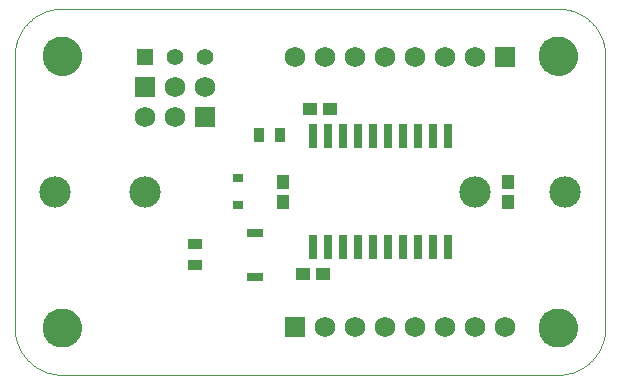
<source format=gts>
G75*
%MOIN*%
%OFA0B0*%
%FSLAX25Y25*%
%IPPOS*%
%LPD*%
%AMOC8*
5,1,8,0,0,1.08239X$1,22.5*
%
%ADD10R,0.02600X0.08200*%
%ADD11R,0.05124X0.03550*%
%ADD12R,0.04337X0.04731*%
%ADD13R,0.03550X0.05124*%
%ADD14R,0.04731X0.04337*%
%ADD15R,0.05400X0.02900*%
%ADD16R,0.03668X0.02880*%
%ADD17C,0.00000*%
%ADD18C,0.12998*%
%ADD19R,0.06825X0.06825*%
%ADD20C,0.06825*%
%ADD21R,0.05550X0.05550*%
%ADD22C,0.05550*%
%ADD23C,0.10450*%
D10*
X0130697Y0076680D03*
X0135697Y0076680D03*
X0140697Y0076680D03*
X0145697Y0076680D03*
X0150697Y0076680D03*
X0155697Y0076680D03*
X0160697Y0076680D03*
X0165697Y0076680D03*
X0170697Y0076680D03*
X0175697Y0076680D03*
X0175697Y0113680D03*
X0170697Y0113680D03*
X0165697Y0113680D03*
X0160697Y0113680D03*
X0155697Y0113680D03*
X0150697Y0113680D03*
X0145697Y0113680D03*
X0140697Y0113680D03*
X0135697Y0113680D03*
X0130697Y0113680D03*
D11*
X0091346Y0077699D03*
X0091346Y0070613D03*
D12*
X0120697Y0091833D03*
X0120697Y0098526D03*
X0195697Y0098526D03*
X0195697Y0091833D03*
D13*
X0119890Y0114156D03*
X0112803Y0114156D03*
D14*
X0129850Y0122680D03*
X0136543Y0122680D03*
X0134043Y0067680D03*
X0127350Y0067680D03*
D15*
X0111346Y0066873D03*
X0111346Y0081440D03*
D16*
X0105697Y0090652D03*
X0105697Y0099707D03*
D17*
X0047094Y0034156D02*
X0212449Y0034156D01*
X0206150Y0049904D02*
X0206152Y0050062D01*
X0206158Y0050220D01*
X0206168Y0050378D01*
X0206182Y0050536D01*
X0206200Y0050693D01*
X0206221Y0050850D01*
X0206247Y0051006D01*
X0206277Y0051162D01*
X0206310Y0051317D01*
X0206348Y0051470D01*
X0206389Y0051623D01*
X0206434Y0051775D01*
X0206483Y0051926D01*
X0206536Y0052075D01*
X0206592Y0052223D01*
X0206652Y0052369D01*
X0206716Y0052514D01*
X0206784Y0052657D01*
X0206855Y0052799D01*
X0206929Y0052939D01*
X0207007Y0053076D01*
X0207089Y0053212D01*
X0207173Y0053346D01*
X0207262Y0053477D01*
X0207353Y0053606D01*
X0207448Y0053733D01*
X0207545Y0053858D01*
X0207646Y0053980D01*
X0207750Y0054099D01*
X0207857Y0054216D01*
X0207967Y0054330D01*
X0208080Y0054441D01*
X0208195Y0054550D01*
X0208313Y0054655D01*
X0208434Y0054757D01*
X0208557Y0054857D01*
X0208683Y0054953D01*
X0208811Y0055046D01*
X0208941Y0055136D01*
X0209074Y0055222D01*
X0209209Y0055306D01*
X0209345Y0055385D01*
X0209484Y0055462D01*
X0209625Y0055534D01*
X0209767Y0055604D01*
X0209911Y0055669D01*
X0210057Y0055731D01*
X0210204Y0055789D01*
X0210353Y0055844D01*
X0210503Y0055895D01*
X0210654Y0055942D01*
X0210806Y0055985D01*
X0210959Y0056024D01*
X0211114Y0056060D01*
X0211269Y0056091D01*
X0211425Y0056119D01*
X0211581Y0056143D01*
X0211738Y0056163D01*
X0211896Y0056179D01*
X0212053Y0056191D01*
X0212212Y0056199D01*
X0212370Y0056203D01*
X0212528Y0056203D01*
X0212686Y0056199D01*
X0212845Y0056191D01*
X0213002Y0056179D01*
X0213160Y0056163D01*
X0213317Y0056143D01*
X0213473Y0056119D01*
X0213629Y0056091D01*
X0213784Y0056060D01*
X0213939Y0056024D01*
X0214092Y0055985D01*
X0214244Y0055942D01*
X0214395Y0055895D01*
X0214545Y0055844D01*
X0214694Y0055789D01*
X0214841Y0055731D01*
X0214987Y0055669D01*
X0215131Y0055604D01*
X0215273Y0055534D01*
X0215414Y0055462D01*
X0215553Y0055385D01*
X0215689Y0055306D01*
X0215824Y0055222D01*
X0215957Y0055136D01*
X0216087Y0055046D01*
X0216215Y0054953D01*
X0216341Y0054857D01*
X0216464Y0054757D01*
X0216585Y0054655D01*
X0216703Y0054550D01*
X0216818Y0054441D01*
X0216931Y0054330D01*
X0217041Y0054216D01*
X0217148Y0054099D01*
X0217252Y0053980D01*
X0217353Y0053858D01*
X0217450Y0053733D01*
X0217545Y0053606D01*
X0217636Y0053477D01*
X0217725Y0053346D01*
X0217809Y0053212D01*
X0217891Y0053076D01*
X0217969Y0052939D01*
X0218043Y0052799D01*
X0218114Y0052657D01*
X0218182Y0052514D01*
X0218246Y0052369D01*
X0218306Y0052223D01*
X0218362Y0052075D01*
X0218415Y0051926D01*
X0218464Y0051775D01*
X0218509Y0051623D01*
X0218550Y0051470D01*
X0218588Y0051317D01*
X0218621Y0051162D01*
X0218651Y0051006D01*
X0218677Y0050850D01*
X0218698Y0050693D01*
X0218716Y0050536D01*
X0218730Y0050378D01*
X0218740Y0050220D01*
X0218746Y0050062D01*
X0218748Y0049904D01*
X0218746Y0049746D01*
X0218740Y0049588D01*
X0218730Y0049430D01*
X0218716Y0049272D01*
X0218698Y0049115D01*
X0218677Y0048958D01*
X0218651Y0048802D01*
X0218621Y0048646D01*
X0218588Y0048491D01*
X0218550Y0048338D01*
X0218509Y0048185D01*
X0218464Y0048033D01*
X0218415Y0047882D01*
X0218362Y0047733D01*
X0218306Y0047585D01*
X0218246Y0047439D01*
X0218182Y0047294D01*
X0218114Y0047151D01*
X0218043Y0047009D01*
X0217969Y0046869D01*
X0217891Y0046732D01*
X0217809Y0046596D01*
X0217725Y0046462D01*
X0217636Y0046331D01*
X0217545Y0046202D01*
X0217450Y0046075D01*
X0217353Y0045950D01*
X0217252Y0045828D01*
X0217148Y0045709D01*
X0217041Y0045592D01*
X0216931Y0045478D01*
X0216818Y0045367D01*
X0216703Y0045258D01*
X0216585Y0045153D01*
X0216464Y0045051D01*
X0216341Y0044951D01*
X0216215Y0044855D01*
X0216087Y0044762D01*
X0215957Y0044672D01*
X0215824Y0044586D01*
X0215689Y0044502D01*
X0215553Y0044423D01*
X0215414Y0044346D01*
X0215273Y0044274D01*
X0215131Y0044204D01*
X0214987Y0044139D01*
X0214841Y0044077D01*
X0214694Y0044019D01*
X0214545Y0043964D01*
X0214395Y0043913D01*
X0214244Y0043866D01*
X0214092Y0043823D01*
X0213939Y0043784D01*
X0213784Y0043748D01*
X0213629Y0043717D01*
X0213473Y0043689D01*
X0213317Y0043665D01*
X0213160Y0043645D01*
X0213002Y0043629D01*
X0212845Y0043617D01*
X0212686Y0043609D01*
X0212528Y0043605D01*
X0212370Y0043605D01*
X0212212Y0043609D01*
X0212053Y0043617D01*
X0211896Y0043629D01*
X0211738Y0043645D01*
X0211581Y0043665D01*
X0211425Y0043689D01*
X0211269Y0043717D01*
X0211114Y0043748D01*
X0210959Y0043784D01*
X0210806Y0043823D01*
X0210654Y0043866D01*
X0210503Y0043913D01*
X0210353Y0043964D01*
X0210204Y0044019D01*
X0210057Y0044077D01*
X0209911Y0044139D01*
X0209767Y0044204D01*
X0209625Y0044274D01*
X0209484Y0044346D01*
X0209345Y0044423D01*
X0209209Y0044502D01*
X0209074Y0044586D01*
X0208941Y0044672D01*
X0208811Y0044762D01*
X0208683Y0044855D01*
X0208557Y0044951D01*
X0208434Y0045051D01*
X0208313Y0045153D01*
X0208195Y0045258D01*
X0208080Y0045367D01*
X0207967Y0045478D01*
X0207857Y0045592D01*
X0207750Y0045709D01*
X0207646Y0045828D01*
X0207545Y0045950D01*
X0207448Y0046075D01*
X0207353Y0046202D01*
X0207262Y0046331D01*
X0207173Y0046462D01*
X0207089Y0046596D01*
X0207007Y0046732D01*
X0206929Y0046869D01*
X0206855Y0047009D01*
X0206784Y0047151D01*
X0206716Y0047294D01*
X0206652Y0047439D01*
X0206592Y0047585D01*
X0206536Y0047733D01*
X0206483Y0047882D01*
X0206434Y0048033D01*
X0206389Y0048185D01*
X0206348Y0048338D01*
X0206310Y0048491D01*
X0206277Y0048646D01*
X0206247Y0048802D01*
X0206221Y0048958D01*
X0206200Y0049115D01*
X0206182Y0049272D01*
X0206168Y0049430D01*
X0206158Y0049588D01*
X0206152Y0049746D01*
X0206150Y0049904D01*
X0212449Y0034156D02*
X0212830Y0034161D01*
X0213210Y0034174D01*
X0213590Y0034197D01*
X0213969Y0034230D01*
X0214347Y0034271D01*
X0214724Y0034321D01*
X0215100Y0034381D01*
X0215475Y0034449D01*
X0215847Y0034527D01*
X0216218Y0034614D01*
X0216586Y0034709D01*
X0216952Y0034814D01*
X0217315Y0034927D01*
X0217676Y0035049D01*
X0218033Y0035179D01*
X0218387Y0035319D01*
X0218738Y0035466D01*
X0219085Y0035623D01*
X0219428Y0035787D01*
X0219767Y0035960D01*
X0220102Y0036141D01*
X0220433Y0036330D01*
X0220758Y0036527D01*
X0221079Y0036731D01*
X0221395Y0036944D01*
X0221705Y0037164D01*
X0222011Y0037391D01*
X0222310Y0037626D01*
X0222604Y0037868D01*
X0222892Y0038116D01*
X0223174Y0038372D01*
X0223449Y0038635D01*
X0223718Y0038904D01*
X0223981Y0039179D01*
X0224237Y0039461D01*
X0224485Y0039749D01*
X0224727Y0040043D01*
X0224962Y0040342D01*
X0225189Y0040648D01*
X0225409Y0040958D01*
X0225622Y0041274D01*
X0225826Y0041595D01*
X0226023Y0041920D01*
X0226212Y0042251D01*
X0226393Y0042586D01*
X0226566Y0042925D01*
X0226730Y0043268D01*
X0226887Y0043615D01*
X0227034Y0043966D01*
X0227174Y0044320D01*
X0227304Y0044677D01*
X0227426Y0045038D01*
X0227539Y0045401D01*
X0227644Y0045767D01*
X0227739Y0046135D01*
X0227826Y0046506D01*
X0227904Y0046878D01*
X0227972Y0047253D01*
X0228032Y0047629D01*
X0228082Y0048006D01*
X0228123Y0048384D01*
X0228156Y0048763D01*
X0228179Y0049143D01*
X0228192Y0049523D01*
X0228197Y0049904D01*
X0228197Y0140455D01*
X0206150Y0140455D02*
X0206152Y0140613D01*
X0206158Y0140771D01*
X0206168Y0140929D01*
X0206182Y0141087D01*
X0206200Y0141244D01*
X0206221Y0141401D01*
X0206247Y0141557D01*
X0206277Y0141713D01*
X0206310Y0141868D01*
X0206348Y0142021D01*
X0206389Y0142174D01*
X0206434Y0142326D01*
X0206483Y0142477D01*
X0206536Y0142626D01*
X0206592Y0142774D01*
X0206652Y0142920D01*
X0206716Y0143065D01*
X0206784Y0143208D01*
X0206855Y0143350D01*
X0206929Y0143490D01*
X0207007Y0143627D01*
X0207089Y0143763D01*
X0207173Y0143897D01*
X0207262Y0144028D01*
X0207353Y0144157D01*
X0207448Y0144284D01*
X0207545Y0144409D01*
X0207646Y0144531D01*
X0207750Y0144650D01*
X0207857Y0144767D01*
X0207967Y0144881D01*
X0208080Y0144992D01*
X0208195Y0145101D01*
X0208313Y0145206D01*
X0208434Y0145308D01*
X0208557Y0145408D01*
X0208683Y0145504D01*
X0208811Y0145597D01*
X0208941Y0145687D01*
X0209074Y0145773D01*
X0209209Y0145857D01*
X0209345Y0145936D01*
X0209484Y0146013D01*
X0209625Y0146085D01*
X0209767Y0146155D01*
X0209911Y0146220D01*
X0210057Y0146282D01*
X0210204Y0146340D01*
X0210353Y0146395D01*
X0210503Y0146446D01*
X0210654Y0146493D01*
X0210806Y0146536D01*
X0210959Y0146575D01*
X0211114Y0146611D01*
X0211269Y0146642D01*
X0211425Y0146670D01*
X0211581Y0146694D01*
X0211738Y0146714D01*
X0211896Y0146730D01*
X0212053Y0146742D01*
X0212212Y0146750D01*
X0212370Y0146754D01*
X0212528Y0146754D01*
X0212686Y0146750D01*
X0212845Y0146742D01*
X0213002Y0146730D01*
X0213160Y0146714D01*
X0213317Y0146694D01*
X0213473Y0146670D01*
X0213629Y0146642D01*
X0213784Y0146611D01*
X0213939Y0146575D01*
X0214092Y0146536D01*
X0214244Y0146493D01*
X0214395Y0146446D01*
X0214545Y0146395D01*
X0214694Y0146340D01*
X0214841Y0146282D01*
X0214987Y0146220D01*
X0215131Y0146155D01*
X0215273Y0146085D01*
X0215414Y0146013D01*
X0215553Y0145936D01*
X0215689Y0145857D01*
X0215824Y0145773D01*
X0215957Y0145687D01*
X0216087Y0145597D01*
X0216215Y0145504D01*
X0216341Y0145408D01*
X0216464Y0145308D01*
X0216585Y0145206D01*
X0216703Y0145101D01*
X0216818Y0144992D01*
X0216931Y0144881D01*
X0217041Y0144767D01*
X0217148Y0144650D01*
X0217252Y0144531D01*
X0217353Y0144409D01*
X0217450Y0144284D01*
X0217545Y0144157D01*
X0217636Y0144028D01*
X0217725Y0143897D01*
X0217809Y0143763D01*
X0217891Y0143627D01*
X0217969Y0143490D01*
X0218043Y0143350D01*
X0218114Y0143208D01*
X0218182Y0143065D01*
X0218246Y0142920D01*
X0218306Y0142774D01*
X0218362Y0142626D01*
X0218415Y0142477D01*
X0218464Y0142326D01*
X0218509Y0142174D01*
X0218550Y0142021D01*
X0218588Y0141868D01*
X0218621Y0141713D01*
X0218651Y0141557D01*
X0218677Y0141401D01*
X0218698Y0141244D01*
X0218716Y0141087D01*
X0218730Y0140929D01*
X0218740Y0140771D01*
X0218746Y0140613D01*
X0218748Y0140455D01*
X0218746Y0140297D01*
X0218740Y0140139D01*
X0218730Y0139981D01*
X0218716Y0139823D01*
X0218698Y0139666D01*
X0218677Y0139509D01*
X0218651Y0139353D01*
X0218621Y0139197D01*
X0218588Y0139042D01*
X0218550Y0138889D01*
X0218509Y0138736D01*
X0218464Y0138584D01*
X0218415Y0138433D01*
X0218362Y0138284D01*
X0218306Y0138136D01*
X0218246Y0137990D01*
X0218182Y0137845D01*
X0218114Y0137702D01*
X0218043Y0137560D01*
X0217969Y0137420D01*
X0217891Y0137283D01*
X0217809Y0137147D01*
X0217725Y0137013D01*
X0217636Y0136882D01*
X0217545Y0136753D01*
X0217450Y0136626D01*
X0217353Y0136501D01*
X0217252Y0136379D01*
X0217148Y0136260D01*
X0217041Y0136143D01*
X0216931Y0136029D01*
X0216818Y0135918D01*
X0216703Y0135809D01*
X0216585Y0135704D01*
X0216464Y0135602D01*
X0216341Y0135502D01*
X0216215Y0135406D01*
X0216087Y0135313D01*
X0215957Y0135223D01*
X0215824Y0135137D01*
X0215689Y0135053D01*
X0215553Y0134974D01*
X0215414Y0134897D01*
X0215273Y0134825D01*
X0215131Y0134755D01*
X0214987Y0134690D01*
X0214841Y0134628D01*
X0214694Y0134570D01*
X0214545Y0134515D01*
X0214395Y0134464D01*
X0214244Y0134417D01*
X0214092Y0134374D01*
X0213939Y0134335D01*
X0213784Y0134299D01*
X0213629Y0134268D01*
X0213473Y0134240D01*
X0213317Y0134216D01*
X0213160Y0134196D01*
X0213002Y0134180D01*
X0212845Y0134168D01*
X0212686Y0134160D01*
X0212528Y0134156D01*
X0212370Y0134156D01*
X0212212Y0134160D01*
X0212053Y0134168D01*
X0211896Y0134180D01*
X0211738Y0134196D01*
X0211581Y0134216D01*
X0211425Y0134240D01*
X0211269Y0134268D01*
X0211114Y0134299D01*
X0210959Y0134335D01*
X0210806Y0134374D01*
X0210654Y0134417D01*
X0210503Y0134464D01*
X0210353Y0134515D01*
X0210204Y0134570D01*
X0210057Y0134628D01*
X0209911Y0134690D01*
X0209767Y0134755D01*
X0209625Y0134825D01*
X0209484Y0134897D01*
X0209345Y0134974D01*
X0209209Y0135053D01*
X0209074Y0135137D01*
X0208941Y0135223D01*
X0208811Y0135313D01*
X0208683Y0135406D01*
X0208557Y0135502D01*
X0208434Y0135602D01*
X0208313Y0135704D01*
X0208195Y0135809D01*
X0208080Y0135918D01*
X0207967Y0136029D01*
X0207857Y0136143D01*
X0207750Y0136260D01*
X0207646Y0136379D01*
X0207545Y0136501D01*
X0207448Y0136626D01*
X0207353Y0136753D01*
X0207262Y0136882D01*
X0207173Y0137013D01*
X0207089Y0137147D01*
X0207007Y0137283D01*
X0206929Y0137420D01*
X0206855Y0137560D01*
X0206784Y0137702D01*
X0206716Y0137845D01*
X0206652Y0137990D01*
X0206592Y0138136D01*
X0206536Y0138284D01*
X0206483Y0138433D01*
X0206434Y0138584D01*
X0206389Y0138736D01*
X0206348Y0138889D01*
X0206310Y0139042D01*
X0206277Y0139197D01*
X0206247Y0139353D01*
X0206221Y0139509D01*
X0206200Y0139666D01*
X0206182Y0139823D01*
X0206168Y0139981D01*
X0206158Y0140139D01*
X0206152Y0140297D01*
X0206150Y0140455D01*
X0212449Y0156203D02*
X0212830Y0156198D01*
X0213210Y0156185D01*
X0213590Y0156162D01*
X0213969Y0156129D01*
X0214347Y0156088D01*
X0214724Y0156038D01*
X0215100Y0155978D01*
X0215475Y0155910D01*
X0215847Y0155832D01*
X0216218Y0155745D01*
X0216586Y0155650D01*
X0216952Y0155545D01*
X0217315Y0155432D01*
X0217676Y0155310D01*
X0218033Y0155180D01*
X0218387Y0155040D01*
X0218738Y0154893D01*
X0219085Y0154736D01*
X0219428Y0154572D01*
X0219767Y0154399D01*
X0220102Y0154218D01*
X0220433Y0154029D01*
X0220758Y0153832D01*
X0221079Y0153628D01*
X0221395Y0153415D01*
X0221705Y0153195D01*
X0222011Y0152968D01*
X0222310Y0152733D01*
X0222604Y0152491D01*
X0222892Y0152243D01*
X0223174Y0151987D01*
X0223449Y0151724D01*
X0223718Y0151455D01*
X0223981Y0151180D01*
X0224237Y0150898D01*
X0224485Y0150610D01*
X0224727Y0150316D01*
X0224962Y0150017D01*
X0225189Y0149711D01*
X0225409Y0149401D01*
X0225622Y0149085D01*
X0225826Y0148764D01*
X0226023Y0148439D01*
X0226212Y0148108D01*
X0226393Y0147773D01*
X0226566Y0147434D01*
X0226730Y0147091D01*
X0226887Y0146744D01*
X0227034Y0146393D01*
X0227174Y0146039D01*
X0227304Y0145682D01*
X0227426Y0145321D01*
X0227539Y0144958D01*
X0227644Y0144592D01*
X0227739Y0144224D01*
X0227826Y0143853D01*
X0227904Y0143481D01*
X0227972Y0143106D01*
X0228032Y0142730D01*
X0228082Y0142353D01*
X0228123Y0141975D01*
X0228156Y0141596D01*
X0228179Y0141216D01*
X0228192Y0140836D01*
X0228197Y0140455D01*
X0212449Y0156203D02*
X0047094Y0156203D01*
X0040795Y0140455D02*
X0040797Y0140613D01*
X0040803Y0140771D01*
X0040813Y0140929D01*
X0040827Y0141087D01*
X0040845Y0141244D01*
X0040866Y0141401D01*
X0040892Y0141557D01*
X0040922Y0141713D01*
X0040955Y0141868D01*
X0040993Y0142021D01*
X0041034Y0142174D01*
X0041079Y0142326D01*
X0041128Y0142477D01*
X0041181Y0142626D01*
X0041237Y0142774D01*
X0041297Y0142920D01*
X0041361Y0143065D01*
X0041429Y0143208D01*
X0041500Y0143350D01*
X0041574Y0143490D01*
X0041652Y0143627D01*
X0041734Y0143763D01*
X0041818Y0143897D01*
X0041907Y0144028D01*
X0041998Y0144157D01*
X0042093Y0144284D01*
X0042190Y0144409D01*
X0042291Y0144531D01*
X0042395Y0144650D01*
X0042502Y0144767D01*
X0042612Y0144881D01*
X0042725Y0144992D01*
X0042840Y0145101D01*
X0042958Y0145206D01*
X0043079Y0145308D01*
X0043202Y0145408D01*
X0043328Y0145504D01*
X0043456Y0145597D01*
X0043586Y0145687D01*
X0043719Y0145773D01*
X0043854Y0145857D01*
X0043990Y0145936D01*
X0044129Y0146013D01*
X0044270Y0146085D01*
X0044412Y0146155D01*
X0044556Y0146220D01*
X0044702Y0146282D01*
X0044849Y0146340D01*
X0044998Y0146395D01*
X0045148Y0146446D01*
X0045299Y0146493D01*
X0045451Y0146536D01*
X0045604Y0146575D01*
X0045759Y0146611D01*
X0045914Y0146642D01*
X0046070Y0146670D01*
X0046226Y0146694D01*
X0046383Y0146714D01*
X0046541Y0146730D01*
X0046698Y0146742D01*
X0046857Y0146750D01*
X0047015Y0146754D01*
X0047173Y0146754D01*
X0047331Y0146750D01*
X0047490Y0146742D01*
X0047647Y0146730D01*
X0047805Y0146714D01*
X0047962Y0146694D01*
X0048118Y0146670D01*
X0048274Y0146642D01*
X0048429Y0146611D01*
X0048584Y0146575D01*
X0048737Y0146536D01*
X0048889Y0146493D01*
X0049040Y0146446D01*
X0049190Y0146395D01*
X0049339Y0146340D01*
X0049486Y0146282D01*
X0049632Y0146220D01*
X0049776Y0146155D01*
X0049918Y0146085D01*
X0050059Y0146013D01*
X0050198Y0145936D01*
X0050334Y0145857D01*
X0050469Y0145773D01*
X0050602Y0145687D01*
X0050732Y0145597D01*
X0050860Y0145504D01*
X0050986Y0145408D01*
X0051109Y0145308D01*
X0051230Y0145206D01*
X0051348Y0145101D01*
X0051463Y0144992D01*
X0051576Y0144881D01*
X0051686Y0144767D01*
X0051793Y0144650D01*
X0051897Y0144531D01*
X0051998Y0144409D01*
X0052095Y0144284D01*
X0052190Y0144157D01*
X0052281Y0144028D01*
X0052370Y0143897D01*
X0052454Y0143763D01*
X0052536Y0143627D01*
X0052614Y0143490D01*
X0052688Y0143350D01*
X0052759Y0143208D01*
X0052827Y0143065D01*
X0052891Y0142920D01*
X0052951Y0142774D01*
X0053007Y0142626D01*
X0053060Y0142477D01*
X0053109Y0142326D01*
X0053154Y0142174D01*
X0053195Y0142021D01*
X0053233Y0141868D01*
X0053266Y0141713D01*
X0053296Y0141557D01*
X0053322Y0141401D01*
X0053343Y0141244D01*
X0053361Y0141087D01*
X0053375Y0140929D01*
X0053385Y0140771D01*
X0053391Y0140613D01*
X0053393Y0140455D01*
X0053391Y0140297D01*
X0053385Y0140139D01*
X0053375Y0139981D01*
X0053361Y0139823D01*
X0053343Y0139666D01*
X0053322Y0139509D01*
X0053296Y0139353D01*
X0053266Y0139197D01*
X0053233Y0139042D01*
X0053195Y0138889D01*
X0053154Y0138736D01*
X0053109Y0138584D01*
X0053060Y0138433D01*
X0053007Y0138284D01*
X0052951Y0138136D01*
X0052891Y0137990D01*
X0052827Y0137845D01*
X0052759Y0137702D01*
X0052688Y0137560D01*
X0052614Y0137420D01*
X0052536Y0137283D01*
X0052454Y0137147D01*
X0052370Y0137013D01*
X0052281Y0136882D01*
X0052190Y0136753D01*
X0052095Y0136626D01*
X0051998Y0136501D01*
X0051897Y0136379D01*
X0051793Y0136260D01*
X0051686Y0136143D01*
X0051576Y0136029D01*
X0051463Y0135918D01*
X0051348Y0135809D01*
X0051230Y0135704D01*
X0051109Y0135602D01*
X0050986Y0135502D01*
X0050860Y0135406D01*
X0050732Y0135313D01*
X0050602Y0135223D01*
X0050469Y0135137D01*
X0050334Y0135053D01*
X0050198Y0134974D01*
X0050059Y0134897D01*
X0049918Y0134825D01*
X0049776Y0134755D01*
X0049632Y0134690D01*
X0049486Y0134628D01*
X0049339Y0134570D01*
X0049190Y0134515D01*
X0049040Y0134464D01*
X0048889Y0134417D01*
X0048737Y0134374D01*
X0048584Y0134335D01*
X0048429Y0134299D01*
X0048274Y0134268D01*
X0048118Y0134240D01*
X0047962Y0134216D01*
X0047805Y0134196D01*
X0047647Y0134180D01*
X0047490Y0134168D01*
X0047331Y0134160D01*
X0047173Y0134156D01*
X0047015Y0134156D01*
X0046857Y0134160D01*
X0046698Y0134168D01*
X0046541Y0134180D01*
X0046383Y0134196D01*
X0046226Y0134216D01*
X0046070Y0134240D01*
X0045914Y0134268D01*
X0045759Y0134299D01*
X0045604Y0134335D01*
X0045451Y0134374D01*
X0045299Y0134417D01*
X0045148Y0134464D01*
X0044998Y0134515D01*
X0044849Y0134570D01*
X0044702Y0134628D01*
X0044556Y0134690D01*
X0044412Y0134755D01*
X0044270Y0134825D01*
X0044129Y0134897D01*
X0043990Y0134974D01*
X0043854Y0135053D01*
X0043719Y0135137D01*
X0043586Y0135223D01*
X0043456Y0135313D01*
X0043328Y0135406D01*
X0043202Y0135502D01*
X0043079Y0135602D01*
X0042958Y0135704D01*
X0042840Y0135809D01*
X0042725Y0135918D01*
X0042612Y0136029D01*
X0042502Y0136143D01*
X0042395Y0136260D01*
X0042291Y0136379D01*
X0042190Y0136501D01*
X0042093Y0136626D01*
X0041998Y0136753D01*
X0041907Y0136882D01*
X0041818Y0137013D01*
X0041734Y0137147D01*
X0041652Y0137283D01*
X0041574Y0137420D01*
X0041500Y0137560D01*
X0041429Y0137702D01*
X0041361Y0137845D01*
X0041297Y0137990D01*
X0041237Y0138136D01*
X0041181Y0138284D01*
X0041128Y0138433D01*
X0041079Y0138584D01*
X0041034Y0138736D01*
X0040993Y0138889D01*
X0040955Y0139042D01*
X0040922Y0139197D01*
X0040892Y0139353D01*
X0040866Y0139509D01*
X0040845Y0139666D01*
X0040827Y0139823D01*
X0040813Y0139981D01*
X0040803Y0140139D01*
X0040797Y0140297D01*
X0040795Y0140455D01*
X0031346Y0140455D02*
X0031351Y0140836D01*
X0031364Y0141216D01*
X0031387Y0141596D01*
X0031420Y0141975D01*
X0031461Y0142353D01*
X0031511Y0142730D01*
X0031571Y0143106D01*
X0031639Y0143481D01*
X0031717Y0143853D01*
X0031804Y0144224D01*
X0031899Y0144592D01*
X0032004Y0144958D01*
X0032117Y0145321D01*
X0032239Y0145682D01*
X0032369Y0146039D01*
X0032509Y0146393D01*
X0032656Y0146744D01*
X0032813Y0147091D01*
X0032977Y0147434D01*
X0033150Y0147773D01*
X0033331Y0148108D01*
X0033520Y0148439D01*
X0033717Y0148764D01*
X0033921Y0149085D01*
X0034134Y0149401D01*
X0034354Y0149711D01*
X0034581Y0150017D01*
X0034816Y0150316D01*
X0035058Y0150610D01*
X0035306Y0150898D01*
X0035562Y0151180D01*
X0035825Y0151455D01*
X0036094Y0151724D01*
X0036369Y0151987D01*
X0036651Y0152243D01*
X0036939Y0152491D01*
X0037233Y0152733D01*
X0037532Y0152968D01*
X0037838Y0153195D01*
X0038148Y0153415D01*
X0038464Y0153628D01*
X0038785Y0153832D01*
X0039110Y0154029D01*
X0039441Y0154218D01*
X0039776Y0154399D01*
X0040115Y0154572D01*
X0040458Y0154736D01*
X0040805Y0154893D01*
X0041156Y0155040D01*
X0041510Y0155180D01*
X0041867Y0155310D01*
X0042228Y0155432D01*
X0042591Y0155545D01*
X0042957Y0155650D01*
X0043325Y0155745D01*
X0043696Y0155832D01*
X0044068Y0155910D01*
X0044443Y0155978D01*
X0044819Y0156038D01*
X0045196Y0156088D01*
X0045574Y0156129D01*
X0045953Y0156162D01*
X0046333Y0156185D01*
X0046713Y0156198D01*
X0047094Y0156203D01*
X0031346Y0140455D02*
X0031346Y0049904D01*
X0040795Y0049904D02*
X0040797Y0050062D01*
X0040803Y0050220D01*
X0040813Y0050378D01*
X0040827Y0050536D01*
X0040845Y0050693D01*
X0040866Y0050850D01*
X0040892Y0051006D01*
X0040922Y0051162D01*
X0040955Y0051317D01*
X0040993Y0051470D01*
X0041034Y0051623D01*
X0041079Y0051775D01*
X0041128Y0051926D01*
X0041181Y0052075D01*
X0041237Y0052223D01*
X0041297Y0052369D01*
X0041361Y0052514D01*
X0041429Y0052657D01*
X0041500Y0052799D01*
X0041574Y0052939D01*
X0041652Y0053076D01*
X0041734Y0053212D01*
X0041818Y0053346D01*
X0041907Y0053477D01*
X0041998Y0053606D01*
X0042093Y0053733D01*
X0042190Y0053858D01*
X0042291Y0053980D01*
X0042395Y0054099D01*
X0042502Y0054216D01*
X0042612Y0054330D01*
X0042725Y0054441D01*
X0042840Y0054550D01*
X0042958Y0054655D01*
X0043079Y0054757D01*
X0043202Y0054857D01*
X0043328Y0054953D01*
X0043456Y0055046D01*
X0043586Y0055136D01*
X0043719Y0055222D01*
X0043854Y0055306D01*
X0043990Y0055385D01*
X0044129Y0055462D01*
X0044270Y0055534D01*
X0044412Y0055604D01*
X0044556Y0055669D01*
X0044702Y0055731D01*
X0044849Y0055789D01*
X0044998Y0055844D01*
X0045148Y0055895D01*
X0045299Y0055942D01*
X0045451Y0055985D01*
X0045604Y0056024D01*
X0045759Y0056060D01*
X0045914Y0056091D01*
X0046070Y0056119D01*
X0046226Y0056143D01*
X0046383Y0056163D01*
X0046541Y0056179D01*
X0046698Y0056191D01*
X0046857Y0056199D01*
X0047015Y0056203D01*
X0047173Y0056203D01*
X0047331Y0056199D01*
X0047490Y0056191D01*
X0047647Y0056179D01*
X0047805Y0056163D01*
X0047962Y0056143D01*
X0048118Y0056119D01*
X0048274Y0056091D01*
X0048429Y0056060D01*
X0048584Y0056024D01*
X0048737Y0055985D01*
X0048889Y0055942D01*
X0049040Y0055895D01*
X0049190Y0055844D01*
X0049339Y0055789D01*
X0049486Y0055731D01*
X0049632Y0055669D01*
X0049776Y0055604D01*
X0049918Y0055534D01*
X0050059Y0055462D01*
X0050198Y0055385D01*
X0050334Y0055306D01*
X0050469Y0055222D01*
X0050602Y0055136D01*
X0050732Y0055046D01*
X0050860Y0054953D01*
X0050986Y0054857D01*
X0051109Y0054757D01*
X0051230Y0054655D01*
X0051348Y0054550D01*
X0051463Y0054441D01*
X0051576Y0054330D01*
X0051686Y0054216D01*
X0051793Y0054099D01*
X0051897Y0053980D01*
X0051998Y0053858D01*
X0052095Y0053733D01*
X0052190Y0053606D01*
X0052281Y0053477D01*
X0052370Y0053346D01*
X0052454Y0053212D01*
X0052536Y0053076D01*
X0052614Y0052939D01*
X0052688Y0052799D01*
X0052759Y0052657D01*
X0052827Y0052514D01*
X0052891Y0052369D01*
X0052951Y0052223D01*
X0053007Y0052075D01*
X0053060Y0051926D01*
X0053109Y0051775D01*
X0053154Y0051623D01*
X0053195Y0051470D01*
X0053233Y0051317D01*
X0053266Y0051162D01*
X0053296Y0051006D01*
X0053322Y0050850D01*
X0053343Y0050693D01*
X0053361Y0050536D01*
X0053375Y0050378D01*
X0053385Y0050220D01*
X0053391Y0050062D01*
X0053393Y0049904D01*
X0053391Y0049746D01*
X0053385Y0049588D01*
X0053375Y0049430D01*
X0053361Y0049272D01*
X0053343Y0049115D01*
X0053322Y0048958D01*
X0053296Y0048802D01*
X0053266Y0048646D01*
X0053233Y0048491D01*
X0053195Y0048338D01*
X0053154Y0048185D01*
X0053109Y0048033D01*
X0053060Y0047882D01*
X0053007Y0047733D01*
X0052951Y0047585D01*
X0052891Y0047439D01*
X0052827Y0047294D01*
X0052759Y0047151D01*
X0052688Y0047009D01*
X0052614Y0046869D01*
X0052536Y0046732D01*
X0052454Y0046596D01*
X0052370Y0046462D01*
X0052281Y0046331D01*
X0052190Y0046202D01*
X0052095Y0046075D01*
X0051998Y0045950D01*
X0051897Y0045828D01*
X0051793Y0045709D01*
X0051686Y0045592D01*
X0051576Y0045478D01*
X0051463Y0045367D01*
X0051348Y0045258D01*
X0051230Y0045153D01*
X0051109Y0045051D01*
X0050986Y0044951D01*
X0050860Y0044855D01*
X0050732Y0044762D01*
X0050602Y0044672D01*
X0050469Y0044586D01*
X0050334Y0044502D01*
X0050198Y0044423D01*
X0050059Y0044346D01*
X0049918Y0044274D01*
X0049776Y0044204D01*
X0049632Y0044139D01*
X0049486Y0044077D01*
X0049339Y0044019D01*
X0049190Y0043964D01*
X0049040Y0043913D01*
X0048889Y0043866D01*
X0048737Y0043823D01*
X0048584Y0043784D01*
X0048429Y0043748D01*
X0048274Y0043717D01*
X0048118Y0043689D01*
X0047962Y0043665D01*
X0047805Y0043645D01*
X0047647Y0043629D01*
X0047490Y0043617D01*
X0047331Y0043609D01*
X0047173Y0043605D01*
X0047015Y0043605D01*
X0046857Y0043609D01*
X0046698Y0043617D01*
X0046541Y0043629D01*
X0046383Y0043645D01*
X0046226Y0043665D01*
X0046070Y0043689D01*
X0045914Y0043717D01*
X0045759Y0043748D01*
X0045604Y0043784D01*
X0045451Y0043823D01*
X0045299Y0043866D01*
X0045148Y0043913D01*
X0044998Y0043964D01*
X0044849Y0044019D01*
X0044702Y0044077D01*
X0044556Y0044139D01*
X0044412Y0044204D01*
X0044270Y0044274D01*
X0044129Y0044346D01*
X0043990Y0044423D01*
X0043854Y0044502D01*
X0043719Y0044586D01*
X0043586Y0044672D01*
X0043456Y0044762D01*
X0043328Y0044855D01*
X0043202Y0044951D01*
X0043079Y0045051D01*
X0042958Y0045153D01*
X0042840Y0045258D01*
X0042725Y0045367D01*
X0042612Y0045478D01*
X0042502Y0045592D01*
X0042395Y0045709D01*
X0042291Y0045828D01*
X0042190Y0045950D01*
X0042093Y0046075D01*
X0041998Y0046202D01*
X0041907Y0046331D01*
X0041818Y0046462D01*
X0041734Y0046596D01*
X0041652Y0046732D01*
X0041574Y0046869D01*
X0041500Y0047009D01*
X0041429Y0047151D01*
X0041361Y0047294D01*
X0041297Y0047439D01*
X0041237Y0047585D01*
X0041181Y0047733D01*
X0041128Y0047882D01*
X0041079Y0048033D01*
X0041034Y0048185D01*
X0040993Y0048338D01*
X0040955Y0048491D01*
X0040922Y0048646D01*
X0040892Y0048802D01*
X0040866Y0048958D01*
X0040845Y0049115D01*
X0040827Y0049272D01*
X0040813Y0049430D01*
X0040803Y0049588D01*
X0040797Y0049746D01*
X0040795Y0049904D01*
X0031346Y0049904D02*
X0031351Y0049523D01*
X0031364Y0049143D01*
X0031387Y0048763D01*
X0031420Y0048384D01*
X0031461Y0048006D01*
X0031511Y0047629D01*
X0031571Y0047253D01*
X0031639Y0046878D01*
X0031717Y0046506D01*
X0031804Y0046135D01*
X0031899Y0045767D01*
X0032004Y0045401D01*
X0032117Y0045038D01*
X0032239Y0044677D01*
X0032369Y0044320D01*
X0032509Y0043966D01*
X0032656Y0043615D01*
X0032813Y0043268D01*
X0032977Y0042925D01*
X0033150Y0042586D01*
X0033331Y0042251D01*
X0033520Y0041920D01*
X0033717Y0041595D01*
X0033921Y0041274D01*
X0034134Y0040958D01*
X0034354Y0040648D01*
X0034581Y0040342D01*
X0034816Y0040043D01*
X0035058Y0039749D01*
X0035306Y0039461D01*
X0035562Y0039179D01*
X0035825Y0038904D01*
X0036094Y0038635D01*
X0036369Y0038372D01*
X0036651Y0038116D01*
X0036939Y0037868D01*
X0037233Y0037626D01*
X0037532Y0037391D01*
X0037838Y0037164D01*
X0038148Y0036944D01*
X0038464Y0036731D01*
X0038785Y0036527D01*
X0039110Y0036330D01*
X0039441Y0036141D01*
X0039776Y0035960D01*
X0040115Y0035787D01*
X0040458Y0035623D01*
X0040805Y0035466D01*
X0041156Y0035319D01*
X0041510Y0035179D01*
X0041867Y0035049D01*
X0042228Y0034927D01*
X0042591Y0034814D01*
X0042957Y0034709D01*
X0043325Y0034614D01*
X0043696Y0034527D01*
X0044068Y0034449D01*
X0044443Y0034381D01*
X0044819Y0034321D01*
X0045196Y0034271D01*
X0045574Y0034230D01*
X0045953Y0034197D01*
X0046333Y0034174D01*
X0046713Y0034161D01*
X0047094Y0034156D01*
D18*
X0047094Y0049904D03*
X0047094Y0140455D03*
X0212449Y0140455D03*
X0212449Y0049904D03*
D19*
X0124772Y0050180D03*
X0094772Y0120180D03*
X0074772Y0130180D03*
X0194772Y0140180D03*
D20*
X0184772Y0140180D03*
X0174772Y0140180D03*
X0164772Y0140180D03*
X0154772Y0140180D03*
X0144772Y0140180D03*
X0134772Y0140180D03*
X0124772Y0140180D03*
X0094772Y0130180D03*
X0084772Y0130180D03*
X0084772Y0120180D03*
X0074772Y0120180D03*
X0134772Y0050180D03*
X0144772Y0050180D03*
X0154772Y0050180D03*
X0164772Y0050180D03*
X0174772Y0050180D03*
X0184772Y0050180D03*
X0194772Y0050180D03*
D21*
X0074772Y0140180D03*
D22*
X0084772Y0140180D03*
X0094772Y0140180D03*
D23*
X0074772Y0095180D03*
X0044772Y0095180D03*
X0184772Y0095180D03*
X0214772Y0095180D03*
M02*

</source>
